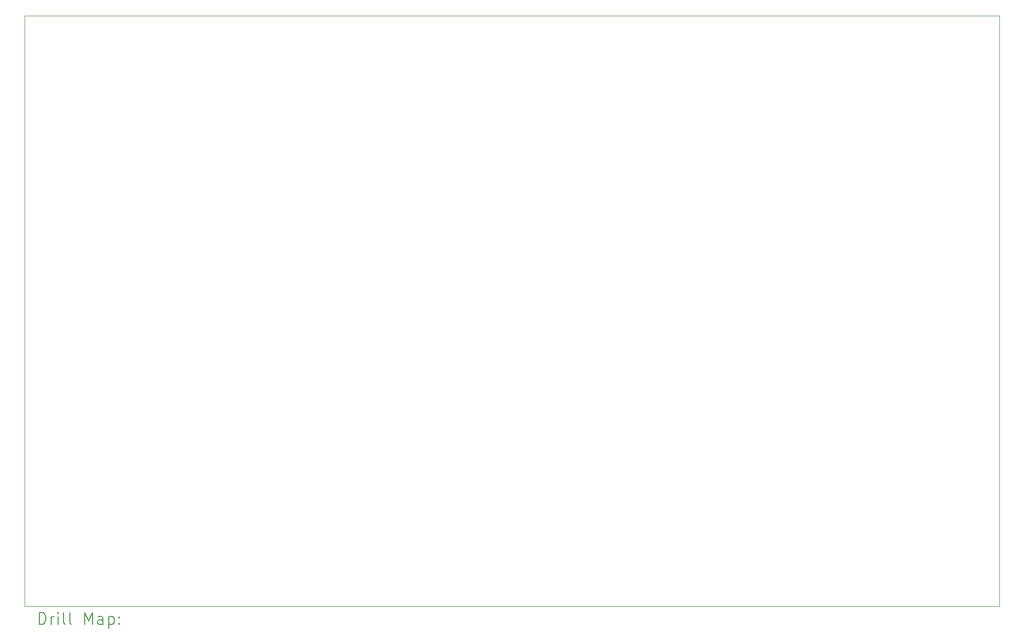
<source format=gbr>
%FSLAX45Y45*%
G04 Gerber Fmt 4.5, Leading zero omitted, Abs format (unit mm)*
G04 Created by KiCad (PCBNEW 6.0.5+dfsg-1~bpo11+1) date 2022-08-16 14:47:16*
%MOMM*%
%LPD*%
G01*
G04 APERTURE LIST*
%TA.AperFunction,Profile*%
%ADD10C,0.100000*%
%TD*%
%ADD11C,0.200000*%
G04 APERTURE END LIST*
D10*
X6096000Y-14605000D02*
X6096000Y-4445000D01*
X22860000Y-14605000D02*
X6096000Y-14605000D01*
X6096000Y-4445000D02*
X22860000Y-4445000D01*
X22860000Y-4445000D02*
X22860000Y-14605000D01*
D11*
X6348619Y-14920476D02*
X6348619Y-14720476D01*
X6396238Y-14720476D01*
X6424809Y-14730000D01*
X6443857Y-14749048D01*
X6453381Y-14768095D01*
X6462905Y-14806190D01*
X6462905Y-14834762D01*
X6453381Y-14872857D01*
X6443857Y-14891905D01*
X6424809Y-14910952D01*
X6396238Y-14920476D01*
X6348619Y-14920476D01*
X6548619Y-14920476D02*
X6548619Y-14787143D01*
X6548619Y-14825238D02*
X6558143Y-14806190D01*
X6567667Y-14796667D01*
X6586714Y-14787143D01*
X6605762Y-14787143D01*
X6672428Y-14920476D02*
X6672428Y-14787143D01*
X6672428Y-14720476D02*
X6662905Y-14730000D01*
X6672428Y-14739524D01*
X6681952Y-14730000D01*
X6672428Y-14720476D01*
X6672428Y-14739524D01*
X6796238Y-14920476D02*
X6777190Y-14910952D01*
X6767667Y-14891905D01*
X6767667Y-14720476D01*
X6901000Y-14920476D02*
X6881952Y-14910952D01*
X6872428Y-14891905D01*
X6872428Y-14720476D01*
X7129571Y-14920476D02*
X7129571Y-14720476D01*
X7196238Y-14863333D01*
X7262905Y-14720476D01*
X7262905Y-14920476D01*
X7443857Y-14920476D02*
X7443857Y-14815714D01*
X7434333Y-14796667D01*
X7415286Y-14787143D01*
X7377190Y-14787143D01*
X7358143Y-14796667D01*
X7443857Y-14910952D02*
X7424809Y-14920476D01*
X7377190Y-14920476D01*
X7358143Y-14910952D01*
X7348619Y-14891905D01*
X7348619Y-14872857D01*
X7358143Y-14853809D01*
X7377190Y-14844286D01*
X7424809Y-14844286D01*
X7443857Y-14834762D01*
X7539095Y-14787143D02*
X7539095Y-14987143D01*
X7539095Y-14796667D02*
X7558143Y-14787143D01*
X7596238Y-14787143D01*
X7615286Y-14796667D01*
X7624809Y-14806190D01*
X7634333Y-14825238D01*
X7634333Y-14882381D01*
X7624809Y-14901428D01*
X7615286Y-14910952D01*
X7596238Y-14920476D01*
X7558143Y-14920476D01*
X7539095Y-14910952D01*
X7720048Y-14901428D02*
X7729571Y-14910952D01*
X7720048Y-14920476D01*
X7710524Y-14910952D01*
X7720048Y-14901428D01*
X7720048Y-14920476D01*
X7720048Y-14796667D02*
X7729571Y-14806190D01*
X7720048Y-14815714D01*
X7710524Y-14806190D01*
X7720048Y-14796667D01*
X7720048Y-14815714D01*
M02*

</source>
